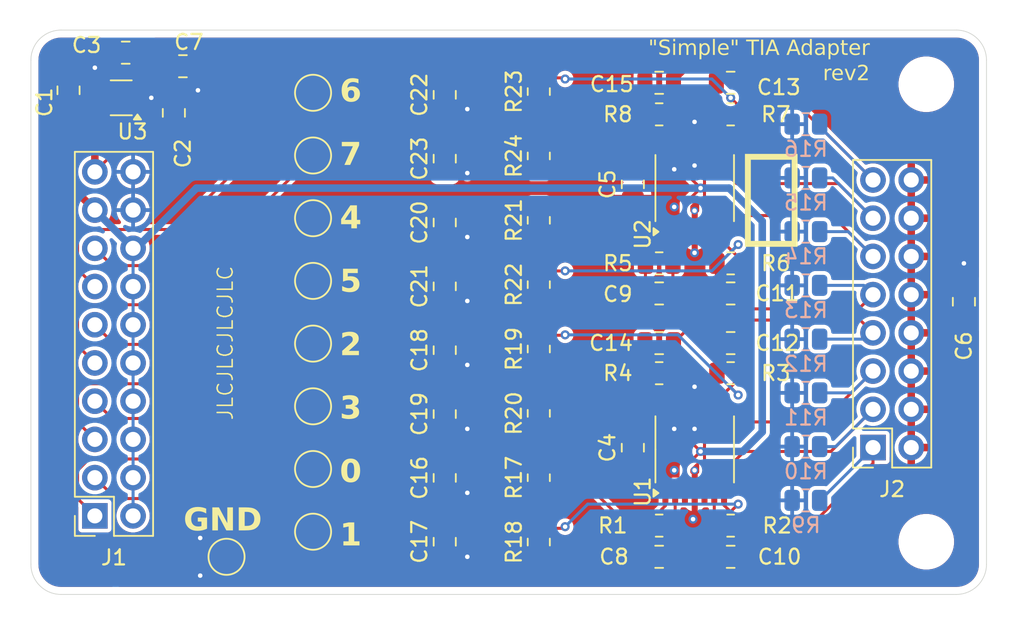
<source format=kicad_pcb>
(kicad_pcb (version 20240108) (generator "pcbnew") (generator_version "8.0")
  (layers (0 "F.Cu" signal) (1 "In1.Cu" signal) (2 "In2.Cu" signal) (31 "B.Cu" signal) (34 "B.Paste" user) (35 "F.Paste" user) (36 "B.SilkS" user "B.Silkscreen") (37 "F.SilkS" user "F.Silkscreen") (38 "B.Mask" user) (39 "F.Mask" user) (44 "Edge.Cuts" user))
  (net 0 "")
  (net 1 "/VREF")
  (net 2 "GND")
  (net 3 "VAA")
  (net 4 "/A5N")
  (net 5 "/A6N")
  (net 6 "/A4N")
  (net 7 "/A1N")
  (net 8 "/A0N")
  (net 9 "/A7N")
  (net 10 "/A2N")
  (net 11 "/A3N")
  (net 12 "/S4")
  (net 13 "/S2")
  (net 14 "/S7")
  (net 15 "/S5")
  (net 16 "/S1")
  (net 17 "/S0")
  (net 18 "/S6")
  (net 19 "/S3")
  (net 20 "Net-(U3-BYP)")
  (net 21 "Net-(C8-Pad2)")
  (net 22 "Net-(C9-Pad2)")
  (net 23 "Net-(C10-Pad2)")
  (net 24 "Net-(C11-Pad2)")
  (net 25 "Net-(C12-Pad2)")
  (net 26 "Net-(C13-Pad2)")
  (net 27 "Net-(C14-Pad2)")
  (net 28 "Net-(C15-Pad2)")
  (footprint "Resistor_SMD:R_0805_2012Metric" (layer "F.Cu") (at 125.25 100.639642 90)
    (property "Reference" "R21")
    (property "Value" "1000")
  )
  (footprint "Capacitor_SMD:C_0805_2012Metric" (layer "F.Cu") (at 138 105.5)
    (property "Reference" "C11")
    (property "Value" "10nF")
  )
  (footprint "Package_TO_SOT_SMD:SOT-353_SC-70-5" (layer "F.Cu") (at 97.5 92.5 180)
    (property "Reference" "U3")
    (property "Value" "MIC5366-2.0YC5-TR")
  )
  (footprint "Resistor_SMD:R_0805_2012Metric" (layer "F.Cu") (at 133.25 110.8 180)
    (property "Reference" "R4")
    (property "Value" "2870")
  )
  (footprint "Package_SO:TSSOP-14_4.4x5mm_P0.65mm" (layer "F.Cu") (at 135.611625 115.8625 90)
    (property "Reference" "U1")
    (property "Value" "Opamp_Quad")
  )
  (footprint "Resistor_SMD:R_0805_2012Metric" (layer "F.Cu") (at 125.25 92.0875 90)
    (property "Reference" "R23")
    (property "Value" "1000")
  )
  (footprint "Capacitor_SMD:C_0805_2012Metric" (layer "F.Cu") (at 133.25 123 180)
    (property "Reference" "C8")
    (property "Value" "10nF")
  )
  (footprint "MountingHole:MountingHole_3.2mm_M3" (layer "F.Cu") (at 151 122)
    (property "Reference" "H2" (hide yes))
    (property "Value" "MountingHole")
  )
  (footprint "Capacitor_SMD:C_0805_2012Metric" (layer "F.Cu") (at 131.5 115.75 90)
    (property "Reference" "C4")
    (property "Value" "1uF X7R")
  )
  (footprint "MountingHole:MountingHole_3.2mm_M3" (layer "F.Cu") (at 151 91.6)
    (property "Reference" "H1" (hide yes))
    (property "Value" "MountingHole")
  )
  (footprint "Resistor_SMD:R_0805_2012Metric" (layer "F.Cu") (at 133.25 120.927974 180)
    (property "Reference" "R1")
    (property "Value" "2870")
  )
  (footprint "Connector_PinSocket_2.54mm:PinSocket_2x08_P2.54mm_Vertical" (layer "F.Cu") (at 147.46 115.74 180)
    (property "Reference" "J2")
    (property "Value" "Sensors")
  )
  (footprint "Capacitor_SMD:C_0805_2012Metric" (layer "F.Cu") (at 119 92.300001 90)
    (property "Reference" "C22")
    (property "Value" "10nF")
  )
  (footprint "Capacitor_SMD:C_0805_2012Metric" (layer "F.Cu") (at 119 105.028572 90)
    (property "Reference" "C21")
    (property "Value" "10nF")
  )
  (footprint "Capacitor_SMD:C_0805_2012Metric" (layer "F.Cu") (at 119 113.514286 90)
    (property "Reference" "C19")
    (property "Value" "10nF")
  )
  (footprint "Resistor_SMD:R_0805_2012Metric" (layer "F.Cu") (at 138 110.8)
    (property "Reference" "R3")
    (property "Value" "2870")
  )
  (footprint "Resistor_SMD:R_0805_2012Metric" (layer "F.Cu") (at 125.25 96.363571 90)
    (property "Reference" "R24")
    (property "Value" "1000")
  )
  (footprint "TestPoint:TestPoint_Pad_D2.0mm" (layer "F.Cu") (at 110.25 117.166668)
    (property "Reference" "TP1" (hide yes))
    (property "Value" "TestPoint")
  )
  (footprint "Capacitor_SMD:C_0805_2012Metric" (layer "F.Cu") (at 138 123)
    (property "Reference" "C10")
    (property "Value" "10nF")
  )
  (footprint "Resistor_SMD:R_0805_2012Metric" (layer "F.Cu") (at 138 120.927974)
    (property "Reference" "R2")
    (property "Value" "2870")
  )
  (footprint "Capacitor_SMD:C_0805_2012Metric" (layer "F.Cu") (at 131.5 98.25 90)
    (property "Reference" "C5")
    (property "Value" "1uF X7R")
  )
  (footprint "Capacitor_SMD:C_0805_2012Metric" (layer "F.Cu") (at 101 93.5 90)
    (property "Reference" "C2")
    (property "Value" "1uF X7R")
  )
  (footprint "Resistor_SMD:R_0805_2012Metric" (layer "F.Cu") (at 125.25 122.02 90)
    (property "Reference" "R18")
    (property "Value" "1000")
  )
  (footprint "TestPoint:TestPoint_Pad_D2.0mm" (layer "F.Cu") (at 110.25 121.33334)
    (property "Reference" "TP2" (hide yes))
    (property "Value" "TestPoint")
  )
  (footprint "Capacitor_SMD:C_0805_2012Metric" (layer "F.Cu") (at 119 100.785715 90)
    (property "Reference" "C20")
    (property "Value" "10nF")
  )
  (footprint "Capacitor_SMD:C_0805_2012Metric" (layer "F.Cu") (at 133.25 91.5 180)
    (property "Reference" "C15")
    (property "Value" "10nF")
  )
  (footprint "TestPoint:TestPoint_Pad_D2.0mm" (layer "F.Cu") (at 110.25 92.16666)
    (property "Reference" "TP7" (hide yes))
    (property "Value" "TestPoint")
  )
  (footprint "Capacitor_SMD:C_0805_2012Metric" (layer "F.Cu") (at 133.25 105.5 180)
    (property "Reference" "C9")
    (property "Value" "10nF")
  )
  (footprint "TestPoint:TestPoint_Pad_D2.0mm" (layer "F.Cu") (at 110.25 96.333328)
    (property "Reference" "TP8" (hide yes))
    (property "Value" "TestPoint")
  )
  (footprint "Capacitor_SMD:C_0805_2012Metric" (layer "F.Cu") (at 119 117.757143 90)
    (property "Reference" "C16")
    (property "Value" "10nF")
  )
  (footprint "Resistor_SMD:R_0805_2012Metric" (layer "F.Cu") (at 133.25 103.5 180)
    (property "Reference" "R5")
    (property "Value" "2870")
  )
  (footprint "Resistor_SMD:R_0805_2012Metric" (layer "F.Cu") (at 138 103.5)
    (property "Reference" "R6")
    (property "Value" "2870")
  )
  (footprint "TestPoint:TestPoint_Pad_D2.0mm" (layer "F.Cu") (at 110.25 113)
    (property "Reference" "TP4" (hide yes))
    (property "Value" "TestPoint")
  )
  (footprint "TestPoint:TestPoint_Pad_D2.0mm" (layer "F.Cu") (at 110.25 108.833332)
    (property "Reference" "TP3" (hide yes))
    (property "Value" "TestPoint")
  )
  (footprint "Connector_PinSocket_2.54mm:PinSocket_2x10_P2.54mm_Vertical" (layer "F.Cu") (at 95.75 120.28 180)
    (property "Reference" "J1")
    (property "Value" "ToADC")
  )
  (footprint "Resistor_SMD:R_0805_2012Metric" (layer "F.Cu") (at 125.25 104.915713 90)
    (property "Reference" "R22")
    (property "Value" "1000")
  )
  (footprint "Capacitor_SMD:C_0805_2012Metric" (layer "F.Cu") (at 138 91.5)
    (property "Reference" "C13")
    (property "Value" "10nF")
  )
  (footprint "Resistor_SMD:R_0805_2012Metric" (layer "F.Cu") (at 125.25 113.467855 90)
    (property "Reference" "R20")
    (property "Value" "1000")
  )
  (footprint "Resistor_SMD:R_0805_2012Metric" (layer "F.Cu") (at 138 93.6)
    (property "Reference" "R7")
    (property "Value" "2870")
  )
  (footprint "Capacitor_SMD:C_0805_2012Metric" (layer "F.Cu") (at 133.25 108.8 180)
    (property "Reference" "C14")
    (property "Value" "10nF")
  )
  (footprint "Capacitor_SMD:C_0805_2012Metric" (layer "F.Cu") (at 153.5 106.050001 90)
    (property "Reference" "C6")
    (property "Value" "1uF X7R")
  )
  (footprint "TestPoint:TestPoint_Pad_D2.0mm" (layer "F.Cu") (at 110.25 100.499996)
    (property "Reference" "TP5" (hide yes))
    (property "Value" "TestPoint")
  )
  (footprint "Capacitor_SMD:C_0805_2012Metric" (layer "F.Cu") (at 94 92 90)
    (property "Reference" "C1")
    (property "Value" "1uF X7R")
  )
  (footprint "Capacitor_SMD:C_0805_2012Metric" (layer "F.Cu") (at 119 109.271429 90)
    (property "Reference" "C18")
    (property "Value" "10nF")
  )
  (footprint "TestPoint:TestPoint_Pad_D2.0mm" (layer "F.Cu") (at 104.5 123)
    (property "Reference" "TP9" (hide yes))
    (property "Value" "TestPoint")
  )
  (footprint "Capacitor_SMD:C_0805_2012Metric" (layer "F.Cu") (at 101.6 90.4)
    (property "Reference" "C7")
    (property "Value" "0.01uF X7R")
  )
  (footprint "Capacitor_SMD:C_0805_2012Metric" (layer "F.Cu") (at 119 96.542858 90)
    (property "Reference" "C23")
    (property "Value" "10nF")
  )
  (footprint "Capacitor_SMD:C_0805_2012Metric" (layer "F.Cu") (at 97.8 89.5 180)
    (property "Reference" "C3")
    (property "Value" "10nF NP0")
  )
  (footprint "Resistor_SMD:R_0805_2012Metric" (layer "F.Cu") (at 125.25 117.743926 90)
    (property "Reference" "R17")
    (property "Value" "1000")
  )
  (footprint "Resistor_SMD:R_0805_2012Metric" (layer "F.Cu") (at 125.25 109.191784 90)
    (property "Reference" "R19")
    (property "Value" "1000")
  )
  (footprint "Package_SO:TSSOP-14_4.4x5mm_P0.65mm" (layer "F.Cu") (at 135.611625 98.5 90)
    (property "Reference" "U2")
    (property "Value" "Opamp_Quad")
  )
  (footprint "Resistor_SMD:R_0805_2012Metric" (layer "F.Cu") (at 133.25 93.6 180)
    (property "Reference" "R8")
    (property "Value" "2870")
  )
  (footprint "Capacitor_SMD:C_0805_2012Metric" (layer "F.Cu") (at 119 122 90)
    (property "Reference" "C17")
    (property "Value" "10nF")
  )
  (footprint "TestPoint:TestPoint_Pad_D2.0mm" (layer "F.Cu") (at 110.25 104.666664)
    (property "Reference" "TP6" (hide yes))
    (property "Value" "TestPoint")
  )
  (footprint "Capacitor_SMD:C_0805_2012Metric" (layer "F.Cu") (at 138 108.8)
    (property "Reference" "C12")
    (property "Value" "10nF")
  )
  (footprint "Resistor_SMD:R_0805_2012Metric" (layer "B.Cu") (at 143 97.821428)
    (property "Reference" "R15")
    (property "Value" "500k")
  )
  (footprint "Resistor_SMD:R_0805_2012Metric" (layer "B.Cu") (at 143 108.535712)
    (property "Reference" "R12")
    (property "Value" "500k")
  )
  (footprint "Resistor_SMD:R_0805_2012Metric" (layer "B.Cu") (at 143 104.964284)
    (property "Reference" "R13")
    (property "Value" "500k")
  )
  (footprint "Resistor_SMD:R_0805_2012Metric" (layer "B.Cu") (at 143 94.25)
    (property "Reference" "R16")
    (property "Value" "500k")
  )
  (footprint "Resistor_SMD:R_0805_2012Metric" (layer "B.Cu") (at 143 112.10714)
    (property "Reference" "R11")
    (property "Value" "500k")
  )
  (footprint "Resistor_SMD:R_0805_2012Metric" (layer "B.Cu") (at 143 119.25)
    (property "Reference" "R9")
    (property "Value" "500k")
  )
  (footprint "Resistor_SMD:R_0805_2012Metric" (layer "B.Cu") (at 143 115.678568)
    (property "Reference" "R10")
    (property "Value" "500k")
  )
  (footprint "Resistor_SMD:R_0805_2012Metric" (layer "B.Cu") (at 143 101.392856)
    (property "Reference" "R14")
    (property "Value" "500k")
  )
  (gr_line (start 91.5 123.5) (end 91.5 90) (stroke (width 0.05)) (layer "Edge.Cuts"))
  (gr_arc (start 155 123.5) (mid 154.414214 124.914214) (end 153 125.5) (stroke (width 0.05)) (layer "Edge.Cuts"))
  (gr_arc (start 91.5 90) (mid 92.085786 88.585786) (end 93.5 88) (stroke (width 0.05)) (layer "Edge.Cuts"))
  (gr_line (start 153 125.5) (end 93.5 125.5) (stroke (width 0.05)) (layer "Edge.Cuts"))
  (gr_arc (start 93.5 125.5) (mid 92.085786 124.914214) (end 91.5 123.5) (stroke (width 0.05)) (layer "Edge.Cuts"))
  (gr_arc (start 153 88) (mid 154.414214 88.585786) (end 155 90) (stroke (width 0.05)) (layer "Edge.Cuts"))
  (gr_line (start 93.5 88) (end 153 88) (stroke (width 0.05)) (layer "Edge.Cuts"))
  (gr_line (start 155 90) (end 155 123.5) (stroke (width 0.05)) (layer "Edge.Cuts"))
  (gr_text "0" (at 112.75 118.28571 0) (layer "F.SilkS") (effects (font (size 1.5 1.5) (thickness 0.3) (bold yes)) (justify bottom)))
  (gr_text "GND" (at 104.25 121.5 0) (layer "F.SilkS") (effects (font (size 1.5 1.5) (thickness 0.3) (bold yes)) (justify bottom)))
  (gr_text "5" (at 112.75 105.642855 0) (layer "F.SilkS") (effects (font (size 1.5 1.5) (thickness 0.3) (bold yes)) (justify bottom)))
  (gr_text "増" (at 138.6 102 0) (layer "F.SilkS") (effects (font (size 5 5) (thickness 0.1)) (justify left bottom)))
  (gr_text "3\n" (at 112.75 114.071425 0) (layer "F.SilkS") (effects (font (size 1.5 1.5) (thickness 0.3) (bold yes)) (justify bottom)))
  (gr_text "{dblquote}Simple{dblquote} TIA Adapter\nrev2\n" (at 147.25 91.5 0) (layer "F.SilkS") (effects (font (size 1 1) (thickness 0.1)) (justify right bottom)))
  (gr_text "JLCJLCJLCJLC" (at 105 114 90) (layer "F.SilkS") (effects (font (size 1 1) (thickness 0.1)) (justify left bottom)))
  (gr_text "2" (at 112.75 109.85714 0) (layer "F.SilkS") (effects (font (size 1.5 1.5) (thickness 0.3) (bold yes)) (justify bottom)))
  (gr_text "1" (at 112.75 122.5 0) (layer "F.SilkS") (effects (font (size 1.5 1.5) (thickness 0.3) (bold yes)) (justify bottom)))
  (gr_text "7" (at 112.75 97.214285 0) (layer "F.SilkS") (effects (font (size 1.5 1.5) (thickness 0.3) (bold yes)) (justify bottom)))
  (gr_text "6" (at 112.75 93 0) (layer "F.SilkS") (effects (font (size 1.5 1.5) (thickness 0.3) (bold yes)) (justify bottom)))
  (gr_text "4" (at 112.75 101.42857 0) (layer "F.SilkS") (effects (font (size 1.5 1.5) (thickness 0.3) (bold yes)) (justify bottom)))
  (segment (start 136.261625 98.238375) (end 136 98.5) (width 0.2) (layer "F.Cu") (net 1))
  (segment (start 134.961625 114.961625) (end 136 116) (width 0.2) (layer "F.Cu") (net 1))
  (segment (start 94 98.21) (end 94 92.949999) (width 0.5) (layer "F.Cu") (net 1))
  (segment (start 134.961625 113) (end 134.961625 114.961625) (width 0.2) (layer "F.Cu") (net 1))
  (segment (start 136.261625 118.725) (end 136.261625 116.261625) (width 0.2) (layer "F.Cu") (net 1))
  (segment (start 136.261625 98.761625) (end 136 98.5) (width 0.2) (layer "F.Cu") (net 1))
  (segment (start 136.261625 101.3625) (end 136.261625 98.761625) (width 0.2) (layer "F.Cu") (net 1))
  (segment (start 134.961625 101.3625) (end 134.961625 99.538375) (width 0.2) (layer "F.Cu") (net 1))
  (segment (start 136.261625 95.6375) (end 136.261625 98.238375) (width 0.2) (layer "F.Cu") (net 1))
  (segment (start 134.961625 117.038375) (end 136 116) (width 0.2) (layer "F.Cu") (net 1))
  (segment (start 95.75 99.96) (end 94 98.21) (width 0.5) (layer "F.Cu") (net 1))
  (segment (start 134.961625 95.6375) (end 134.961625 97.461625) (width 0.2) (layer "F.Cu") (net 1))
  (segment (start 136.261625 113) (end 136.261625 115.738375) (width 0.2) (layer "F.Cu") (net 1))
  (segment (start 136.261625 116.261625) (end 136 116) (width 0.2) (layer "F.Cu") (net 1))
  (segment (start 134.961625 118.725) (end 134.961625 117.038375) (width 0.2) (layer "F.Cu") (net 1))
  (segment (start 134.961625 99.538375) (end 136 98.5) (width 0.2) (layer "F.Cu") (net 1))
  (segment (start 134.961625 97.461625) (end 136 98.5) (width 0.2) (layer "F.Cu") (net 1))
  (segment (start 136.261625 115.738375) (end 136 116) (width 0.2) (layer "F.Cu") (net 1))
  (via (at 136 116) (size 0.6) (drill 0.3) (layers "F.Cu" "B.Cu") (net 1))
  (via (at 136 98.5) (size 0.6) (drill 0.3) (layers "F.Cu" "B.Cu") (net 1))
  (segment (start 98.29 102.5) (end 98.29 105.04) (width 0.2) (layer "B.Cu") (net 1))
  (segment (start 98.29 107.58) (end 98.29 110.12) (width 0.2) (layer "B.Cu") (net 1))
  (segment (start 98.29 102.5) (end 98.5 102.5) (width 0.2) (layer "B.Cu") (net 1))
  (segment (start 95.75 99.96) (end 98.29 102.5) (width 0.5) (layer "B.Cu") (net 1))
  (segment (start 98.29 110.12) (end 98.29 112.66) (width 0.2) (layer "B.Cu") (net 1))
  (segment (start 98.29 105.04) (end 98.29 107.58) (width 0.2) (layer "B.Cu") (net 1))
  (segment (start 140.1 114.7) (end 138.8 116) (width 0.5) (layer "B.Cu") (net 1))
  (segment (start 98.29 117.74) (end 98.29 120.28) (width 0.2) (layer "B.Cu") (net 1))
  (segment (start 138.8 116) (end 136 116) (width 0.5) (layer "B.Cu") (net 1))
  (segment (start 137.9 98.5) (end 140.1 100.7) (width 0.5) (layer "B.Cu") (net 1))
  (segment (start 98.29 112.66) (end 98.29 115.2) (width 0.2) (layer "B.Cu") (net 1))
  (segment (start 140.1 100.7) (end 140.1 114.7) (width 0.5) (layer "B.Cu") (net 1))
  (segment (start 136 98.5) (end 137.9 98.5) (width 0.5) (layer "B.Cu") (net 1))
  (segment (start 98.29 115.2) (end 98.29 117.74) (width 0.2) (layer "B.Cu") (net 1))
  (segment (start 98.5 102.5) (end 102.5 98.5) (width 0.5) (layer "B.Cu") (net 1))
  (segment (start 102.5 98.5) (end 136 98.5) (width 0.5) (layer "B.Cu") (net 1))
  (segment (start 120.492857 97.492857) (end 120.5 97.5) (width 0.2) (layer "F.Cu") (net 2))
  (segment (start 95.850001 90.5) (end 96.850001 89.5) (width 0.2) (layer "F.Cu") (net 2))
  (segment (start 135.611625 114.361625) (end 135.75 114.5) (width 0.2) (layer "F.Cu") (net 2))
  (segment (start 102.049999 92.550001) (end 102.6 92) (width 0.2) (layer "F.Cu") (net 2))
  (segment (start 134.25 97.25) (end 134.199999 97.300001) (width 0.2) (layer "F.Cu") (net 2))
  (segment (start 120.464285 114.464285) (end 120.5 114.5) (width 0.2) (layer "F.Cu") (net 2))
  (segment (start 120.449999 122.949999) (end 120.5 123) (width 0.2) (layer "F.Cu") (net 2))
  (segment (start 120.478571 105.978571) (end 120.5 106) (width 0.2) (layer "F.Cu") (net 2))
  (segment (start 134.199999 97.300001) (end 131.5 97.300001) (width 0.2) (layer "F.Cu") (net 2))
  (segment (start 120.457142 118.707142) (end 120.5 118.75) (width 0.2) (layer "F.Cu") (net 2))
  (segment (start 120.485714 101.735714) (end 120.5 101.75) (width 0.2) (layer "F.Cu") (net 2))
  (segment (start 99.5 92.5) (end 100.949999 92.5) (width 0.2) (layer "F.Cu") (net 2))
  (segment (start 94 91.050001) (end 94.550001 90.5) (width 0.2) (layer "F.Cu") (net 2))
  (segment (start 135.611625 95.6375) (end 135.611625 96.861625) (width 0.2) (layer "F.Cu") (net 2))
  (segment (start 103.25 124.25) (end 104.5 123) (width 0.2) (layer "F.Cu") (net 2))
  (segment (start 119 101.735714) (end 120.485714 101.735714) (width 0.2) (layer "F.Cu") (net 2))
  (segment (start 102.75 124.25) (end 103.25 124.25) (width 0.2) (layer "F.Cu") (net 2))
  (segment (start 119 118.707142) (end 120.457142 118.707142) (width 0.2) (layer "F.Cu") (net 2))
  (segment (start 131.5 114.800001) (end 133.949999 114.800001) (width 0.2) (layer "F.Cu") (net 2))
  (segment (start 135.611625 96.861625) (end 135.75 97) (width 0.2) (layer "F.Cu") (net 2))
  (segment (start 101 92.550001) (end 102.049999 92.550001) (width 0.2) (layer "F.Cu") (net 2))
  (segment (start 102.55 90.4) (end 102.55 91.95) (width 0.2) (layer "F.Cu") (net 2))
  (segment (start 98.449999 92.5) (end 99.5 92.5) (width 0.2) (layer "F.Cu") (net 2))
  (segment (start 102.55 91.95) (end 102.6 92) (width 0.2) (layer "F.Cu") (net 2))
  (segment (start 135.611625 111.711625) (end 135.6 111.7) (width 0.2) (layer "F.Cu") (net 2))
  (segment (start 103.25 121.75) (end 104.5 123) (width 0.2) (layer "F.Cu") (net 2))
  (segment (start 119 110.221428) (end 120.471428 110.221428) (width 0.2) (layer "F.Cu") (net 2))
  (segment (start 135.611625 113) (end 135.611625 114.361625) (width 0.2) (layer "F.Cu") (net 2))
  (segment (start 135.611625 113) (end 135.611625 111.711625) (width 0.2) (layer "F.Cu") (net 2))
  (segment (start 119 93.25) (end 120.5 93.25) (width 0.2) (layer "F.Cu") (net 2))
  (segment (start 102.75 121.75) (end 103.25 121.75) (width 0.2) (layer "F.Cu") (net 2))
  (segment (start 95.75 90.5) (end 95.850001 90.5) (width 0.2) (layer "F.Cu") (net 2))
  (segment (start 135.611625 95.6375) (end 135.611625 94.111625) (width 0.2) (layer "F.Cu") (net 2))
  (segment (start 100.949999 92.5) (end 101 92.550001) (width 0.2) (layer "F.Cu") (net 2))
  (segment (start 119 114.464285) (end 120.464285 114.464285) (width 0.2) (layer "F.Cu") (net 2))
  (segment (start 133.949999 114.800001) (end 134.25 114.5) (width 0.2) (layer "F.Cu") (net 2))
  (segment (start 119 122.949999) (end 120.449999 122.949999) (width 0.2) (layer "F.Cu") (net 2))
  (segment (start 119 97.492857) (end 120.492857 97.492857) (width 0.2) (layer "F.Cu") (net 2))
  (segment (start 94.550001 90.5) (end 95.75 90.5) (width 0.2) (layer "F.Cu") (net 2))
  (segment (start 135.611625 94.111625) (end 135.6 94.1) (width 0.2) (layer "F.Cu") (net 2))
  (segment (start 119 105.978571) (end 120.478571 105.978571) (width 0.2) (layer "F.Cu") (net 2))
  (segment (start 153.5 105.100002) (end 153.5 103.5) (width 0.2) (layer "F.Cu") (net 2))
  (segment (start 120.471428 110.221428) (end 120.5 110.25) (width 0.2) (layer "F.Cu") (net 2))
  (via (at 153.5 103.5) (size 0.6) (drill 0.3) (layers "F.Cu" "B.Cu") (net 2))
  (via (at 102.6 92) (size 0.6) (drill 0.3) (layers "F.Cu" "B.Cu") (net 2))
  (via (at 120.5 106) (size 0.6) (drill 0.3) (layers "F.Cu" "B.Cu") (net 2))
  (via (at 102.75 121.75) (size 0.6) (drill 0.3) (layers "F.Cu" "B.Cu") (net 2))
  (via (at 120.5 110.25) (size 0.6) (drill 0.3) (layers "F.Cu" "B.Cu") (net 2))
  (via (at 135.6 94.1) (size 0.6) (drill 0.3) (layers "F.Cu" "B.Cu") (net 2))
  (via (at 102.75 124.25) (size 0.6) (drill 0.3) (layers "F.Cu" "B.Cu") (net 2))
  (via (at 120.5 118.75) (size 0.6) (drill 0.3) (layers "F.Cu" "B.Cu") (net 2))
  (via (at 120.5 93.25) (size 0.6) (drill 0.3) (layers "F.Cu" "B.Cu") (net 2))
  (via (at 135.6 114.5) (size 0.5) (drill 0.3) (layers "F.Cu" "B.Cu") (net 2))
  (via (at 120.5 114.5) (size 0.6) (drill 0.3) (layers "F.Cu" "B.Cu") (net 2))
  (via (at 134.25 97.25) (size 0.6) (drill 0.3) (layers "F.Cu" "B.Cu") (net 2))
  (via (at 120.5 123) (size 0.6) (drill 0.3) (layers "F.Cu" "B.Cu") (net 2))
  (via (at 135.6 97) (size 0.5) (drill 0.3) (layers "F.Cu" "B.Cu") (net 2))
  (via (at 120.5 97.5) (size 0.6) (drill 0.3) (layers "F.Cu" "B.Cu") (net 2))
  (via (at 120.5 101.75) (size 0.6) (drill 0.3) (layers "F.Cu" "B.Cu") (net 2))
  (via (at 135.6 111.7) (size 0.5) (drill 0.3) (layers "F.Cu" "B.Cu") (net 2))
  (via (at 134.25 114.5) (size 0.6) (drill 0.3) (layers "F.Cu" "B.Cu") (net 2))
  (via (at 95.75 90.5) (size 0.6) (drill 0.3) (layers "F.Cu" "B.Cu") (net 2))
  (via (at 99.5 92.5) (size 0.6) (drill 0.3) (layers "F.Cu" "B.Cu") (net 2))
  (segment (start 135.611625 102.788375) (end 135.6 102.8) (width 0.2) (layer "F.Cu") (net 3))
  (segment (start 133.699999 116.699999) (end 134.25 117.25) (width 0.2) (layer "F.Cu") (net 3))
  (segment (start 135.611625 117.388375) (end 135.75 117.25) (width 0.2) (layer "F.Cu") (net 3))
  (segment (start 131.5 99.199999) (end 133.699999 99.199999) (width 0.2) (layer "F.Cu") (net 3))
  (segment (start 135.611625 101.3625) (end 135.611625 100.138375) (width 0.2) (layer "F.Cu") (net 3))
  (segment (start 135.611625 100.138375) (end 135.75 100) (width 0.2) (layer "F.Cu") (net 3))
  (segment (start 98.720001 94.449999) (end 98.45 94.72) (width 0.2) (layer "F.Cu") (net 3))
  (segment (start 95.75 97.42) (end 98.45 94.72) (width 0.2) (layer "F.Cu") (net 3))
  (segment (start 101 94.449999) (end 98.720001 94.449999) (width 0.2) (layer "F.Cu") (net 3))
  (segment (start 131.5 116.699999) (end 133.699999 116.699999) (width 0.2) (layer "F.Cu") (net 3))
  (segment (start 98.45 94.72) (end 98.45 93.15) (width 0.2) (layer "F.Cu") (net 3))
  (segment (start 135.611625 118.725) (end 135.611625 117.388375) (width 0.2) (layer "F.Cu") (net 3))
  (segment (start 135.611625 118.725) (end 135.611625 120.388375) (width 0.2) (layer "F.Cu") (net 3))
  (segment (start 133.699999 99.199999) (end 134.25 99.75) (width 0.2) (layer "F.Cu") (net 3))
  (segment (start 135.611625 120.388375) (end 135.5 120.5) (width 0.2) (layer "F.Cu") (net 3))
  (segment (start 135.611625 101.3625) (end 135.611625 102.788375) (width 0.2) (layer "F.Cu") (net 3))
  (via (at 135.6 117.25) (size 0.5) (drill 0.3) (layers "F.Cu" "B.Cu") (net 3))
  (via (at 134.25 117.25) (size 0.6) (drill 0.3) (layers "F.Cu" "B.Cu") (net 3))
  (via (at 135.6 100) (size 0.5) (drill 0.3) (layers "F.Cu" "B.Cu") (net 3))
  (via (at 135.5 120.5) (size 0.6) (drill 0.3) (layers "F.Cu" "B.Cu") (net 3))
  (via (at 135.6 102.8) (size 0.6) (drill 0.3) (layers "F.Cu" "B.Cu") (net 3))
  (via (at 134.25 99.75) (size 0.6) (drill 0.3) (layers "F.Cu" "B.Cu") (net 3))
  (segment (start 119 104.078573) (end 121.328573 104.078573) (width 0.2) (layer "F.Cu") (net 4))
  (segment (start 110.838091 104.078573) (end 110.25 104.666664) (width 0.2) (layer "F.Cu") (net 4))
  (segment (start 121.328573 104.078573) (end 123.078213 105.828213) (width 0.2) (layer "F.Cu") (net 4))
  (segment (start 97.056664 108.886664) (end 106.03 108.886664) (width 0.2) (layer "F.Cu") (net 4))
  (segment (start 123.078213 105.828213) (end 125.25 105.828213) (width 0.2) (layer "F.Cu") (net 4))
  (segment (start 119 104.078573) (end 110.838091 104.078573) (width 0.2) (layer "F.Cu") (net 4))
  (segment (start 95.75 107.58) (end 97.056664 108.886664) (width 0.2) (layer "F.Cu") (net 4))
  (segment (start 106.03 108.886664) (end 110.25 104.666664) (width 0.2) (layer "F.Cu") (net 4))
  (segment (start 94.6 103.89) (end 94.6 101.65) (width 0.2) (layer "F.Cu") (net 5))
  (segment (start 111.066658 91.350002) (end 110.25 92.16666) (width 0.2) (layer "F.Cu") (net 5))
  (segment (start 121.100002 91.350002) (end 122.75 93) (width 0.2) (layer "F.Cu") (net 5))
  (segment (start 119 91.350002) (end 111.066658 91.350002) (width 0.2) (layer "F.Cu") (net 5))
  (segment (start 95.75 105.04) (end 94.6 103.89) (width 0.2) (layer "F.Cu") (net 5))
  (segment (start 119 91.350002) (end 121.100002 91.350002) (width 0.2) (layer "F.Cu") (net 5))
  (segment (start 95 101.25) (end 101.16666 101.25) (width 0.2) (layer "F.Cu") (net 5))
  (segment (start 94.6 101.65) (end 95 101.25) (width 0.2) (layer "F.Cu") (net 5))
  (segment (start 101.16666 101.25) (end 110.25 92.16666) (width 0.2) (layer "F.Cu") (net 5))
  (segment (start 122.75 93) (end 125.25 93) (width 0.2) (layer "F.Cu") (net 5))
  (segment (start 94.6 108.97) (end 94.6 106.9) (width 0.2) (layer "F.Cu") (net 6))
  (segment (start 121.085716 99.835716) (end 122.802142 101.552142) (width 0.2) (layer "F.Cu") (net 6))
  (segment (start 104.499996 106.25) (end 110.25 100.499996) (width 0.2) (layer "F.Cu") (net 6))
  (segment (start 122.802142 101.552142) (end 125.25 101.552142) (width 0.2) (layer "F.Cu") (net 6))
  (segment (start 110.91428 99.835716) (end 110.25 100.499996) (width 0.2) (layer "F.Cu") (net 6))
  (segment (start 119 99.835716) (end 121.085716 99.835716) (width 0.2) (layer "F.Cu") (net 6))
  (segment (start 94.6 106.9) (end 95.25 106.25) (width 0.2) (layer "F.Cu") (net 6))
  (segment (start 119 99.835716) (end 110.91428 99.835716) (width 0.2) (layer "F.Cu") (net 6))
  (segment (start 95.25 106.25) (end 104.499996 106.25) (width 0.2) (layer "F.Cu") (net 6))
  (segment (start 95.75 110.12) (end 94.6 108.97) (width 0.2) (layer "F.Cu") (net 6))
  (segment (start 119 121.050001) (end 110.533339 121.050001) (width 0.2) (layer "F.Cu") (net 7))
  (segment (start 97.14 119.13) (end 108.04666 119.13) (width 0.2) (layer "F.Cu") (net 7))
  (segment (start 95.75 117.74) (end 97.14 119.13) (width 0.2) (layer "F.Cu") (net 7))
  (segment (start 110.533339 121.050001) (end 110.25 121.33334) (width 0.2) (layer "F.Cu") (net 7))
  (segment (start 108.04666 119.13) (end 110.25 121.33334) (width 0.2) (layer "F.Cu") (net 7))
  (segment (start 122.9325 122.9325) (end 125.25 122.9325) (width 0.2) (layer "F.Cu") (net 7))
  (segment (start 121.050001 121.050001) (end 122.9325 122.9325) (width 0.2) (layer "F.Cu") (net 7))
  (segment (start 119 121.050001) (end 121.050001 121.050001) (width 0.2) (layer "F.Cu") (net 7))
  (segment (start 94.6 117.263654) (end 95.363654 116.5) (width 0.2) (layer "F.Cu") (net 8))
  (segment (start 110.609524 116.807144) (end 110.25 117.166668) (width 0.2) (layer "F.Cu") (net 8))
  (segment (start 122.906426 118.656426) (end 125.25 118.656426) (width 0.2) (layer "F.Cu") (net 8))
  (segment (start 94.6 119.13) (end 94.6 117.263654) (width 0.2) (layer "F.Cu") (net 8))
  (segment (start 95.75 120.28) (end 94.6 119.13) (width 0.2) (layer "F.Cu") (net 8))
  (segment (start 95.363654 116.5) (end 109.583332 116.5) (width 0.2) (layer "F.Cu") (net 8))
  (segment (start 119 116.807144) (end 121.057144 116.807144) (width 0.2) (layer "F.Cu") (net 8))
  (segment (start 119 116.807144) (end 110.609524 116.807144) (width 0.2) (layer "F.Cu") (net 8))
  (segment (start 121.057144 116.807144) (end 122.906426 118.656426) (width 0.2) (layer "F.Cu") (net 8))
  (segment (start 109.583332 116.5) (end 110.25 117.166668) (width 0.2) (layer "F.Cu") (net 8))
  (segment (start 96.900001 103.65) (end 102.933328 103.65) (width 0.2) (layer "F.Cu") (net 9))
  (segment (start 110.990469 95.592859) (end 110.25 96.333328) (width 0.2) (layer "F.Cu") (net 9))
  (segment (start 119 95.592859) (end 110.990469 95.592859) (width 0.2) (layer "F.Cu") (net 9))
  (segment (start 121.092859 95.592859) (end 122.776071 97.276071) (width 0.2) (layer "F.Cu") (net 9))
  (segment (start 122.776071 97.276071) (end 125.25 97.276071) (width 0.2) (layer "F.Cu") (net 9))
  (segment (start 102.933328 103.65) (end 110.25 96.333328) (width 0.2) (layer "F.Cu") (net 9))
  (segment (start 119 95.592859) (end 121.092859 95.592859) (width 0.2) (layer "F.Cu") (net 9))
  (segment (start 95.75 102.499999) (end 96.900001 103.65) (width 0.2) (layer "F.Cu") (net 9))
  (segment (start 121.07143 108.32143) (end 122.854284 110.104284) (width 0.2) (layer "F.Cu") (net 10))
  (segment (start 119 108.32143) (end 110.761902 108.32143) (width 0.2) (layer "F.Cu") (net 10))
  (segment (start 95.75 115.200001) (end 94.6 114.050001) (width 0.2) (layer "F.Cu") (net 10))
  (segment (start 110.761902 108.32143) (end 110.25 108.833332) (width 0.2) (layer "F.Cu") (net 10))
  (segment (start 107.583332 111.5) (end 110.25 108.833332) (width 0.2) (layer "F.Cu") (net 10))
  (segment (start 119 108.32143) (end 121.07143 108.32143) (width 0.2) (layer "F.Cu") (net 10))
  (segment (start 94.6 112.15) (end 95.25 111.5) (width 0.2) (layer "F.Cu") (net 10))
  (segment (start 122.854284 110.104284) (end 125.25 110.104284) (width 0.2) (layer "F.Cu") (net 10))
  (segment (start 95.25 111.5) (end 107.583332 111.5) (width 0.2) (layer "F.Cu") (net 10))
  (segment (start 94.6 114.050001) (end 94.6 112.15) (width 0.2) (layer "F.Cu") (net 10))
  (segment (start 119 112.564287) (end 121.064287 112.564287) (width 0.2) (layer "F.Cu") (net 11))
  (segment (start 121.064287 112.564287) (end 122.880355 114.380355) (width 0.2) (layer "F.Cu") (net 11))
  (segment (start 110.685713 112.564287) (end 110.25 113) (width 0.2) (layer "F.Cu") (net 11))
  (segment (start 122.880355 114.380355) (end 125.25 114.380355) (width 0.2) (layer "F.Cu") (net 11))
  (segment (start 96.9 113.81) (end 109.44 113.81) (width 0.2) (layer "F.Cu") (net 11))
  (segment (start 119 112.564287) (end 110.685713 112.564287) (width 0.2) (layer "F.Cu") (net 11))
  (segment (start 95.75 112.66) (end 96.9 113.81) (width 0.2) (layer "F.Cu") (net 11))
  (segment (start 109.44 113.81) (end 110.25 113) (width 0.2) (layer "F.Cu") (net 11))
  (segment (start 135.224999 106.525) (end 134.199999 105.5) (width 0.2) (layer "F.Cu") (net 12))
  (segment (start 134.1625 105.462501) (end 134.199999 105.5) (width 0.2) (layer "F.Cu") (net 12))
  (segment (start 134.311625 103.350875) (end 134.1625 103.5) (width 0.2) (layer "F.Cu") (net 12))
  (segment (start 146.515 106.525) (end 135.224999 106.525) (width 0.2) (layer "F.Cu") (net 12))
  (segment (start 134.311625 101.3625) (end 134.311625 103.350875) (width 0.2) (layer "F.Cu") (net 12))
  (segment (start 147.46 105.58) (end 146.515 106.525) (width 0.2) (layer "F.Cu") (net 12))
  (segment (start 134.1625 103.5) (end 134.1625 105.462501) (width 0.2) (layer "F.Cu") (net 12))
  (segment (start 143.9125 104.964284) (end 146.844284 104.964284) (width 0.2) (layer "B.Cu") (net 12))
  (segment (start 146.844284 104.964284) (end 147.46 105.58) (width 0.2) (layer "B.Cu") (net 12))
  (segment (start 136.911625 114.011625) (end 136.911625 113) (width 0.2) (layer "F.Cu") (net 13))
  (segment (start 136.911625 110.975875) (end 137.0875 110.8) (width 0.2) (layer "F.Cu") (net 13))
  (segment (start 144.082501 114.0375) (end 136.9375 114.0375) (width 0.2) (layer "F.Cu") (net 13))
  (segment (start 137.0875 110.8) (end 137.0875 108.8375) (width 0.2) (layer "F.Cu") (net 13))
  (segment (start 136.9375 114.0375) (end 136.911625 114.011625) (width 0.2) (layer "F.Cu") (net 13))
  (segment (start 137.0875 108.8375) (end 137.05 108.8) (width 0.2) (layer "F.Cu") (net 13))
  (segment (start 136.911625 113) (end 136.911625 110.975875) (width 0.2) (layer "F.Cu") (net 13))
  (segment (start 147.46 110.660001) (end 144.082501 114.0375) (width 0.2) (layer "F.Cu") (net 13))
  (segment (start 143.9125 112.10714) (end 146.012861 112.10714) (width 0.2) (layer "B.Cu") (net 13))
  (segment (start 146.012861 112.10714) (end 147.46 110.660001) (width 0.2) (layer "B.Cu") (net 13))
  (segment (start 147.46 97.959999) (end 139.975001 90.475) (width 0.2) (layer "F.Cu") (net 14))
  (segment (start 134.1625 91.537499) (end 134.199999 91.5) (width 0.2) (layer "F.Cu") (net 14))
  (segment (start 135.224999 90.475) (end 134.199999 91.5) (width 0.2) (layer "F.Cu") (net 14))
  (segment (start 134.311625 93.749125) (end 134.1625 93.6) (width 0.2) (layer "F.Cu") (net 14))
  (segment (start 139.975001 90.475) (end 135.224999 90.475) (width 0.2) (layer "F.Cu") (net 14))
  (segment (start 134.311625 95.6375) (end 134.311625 93.749125) (width 0.2) (layer "F.Cu") (net 14))
  (segment (start 134.1625 93.6) (end 134.1625 91.537499) (width 0.2) (layer "F.Cu") (net 14))
  (segment (start 143.9125 94.412499) (end 147.46 97.959999) (width 0.2) (layer "B.Cu") (net 14))
  (segment (start 143.9125 94.25) (end 143.9125 94.412499) (width 0.2) (layer "B.Cu") (net 14))
  (segment (start 137.05 103.825) (end 137.05 105.5) (width 0.2) (layer "F.Cu") (net 15))
  (segment (start 144.745 100.325) (end 136.975 100.325) (width 0.2) (layer "F.Cu") (net 15))
  (segment (start 147.46 103.04) (end 144.745 100.325) (width 0.2) (layer "F.Cu") (net 15))
  (segment (start 137.0875 103.7875) (end 137.05 103.825) (width 0.2) (layer "F.Cu") (net 15))
  (segment (start 136.911625 101.3625) (end 136.911625 103.324125) (width 0.2) (layer "F.Cu") (net 15))
  (segment (start 136.975 100.325) (end 136.911625 100.388375) (width 0.2) (layer "F.Cu") (net 15))
  (segment (start 137.0875 103.5) (end 137.0875 103.7875) (width 0.2) (layer "F.Cu") (net 15))
  (segment (start 136.911625 103.324125) (end 137.0875 103.5) (width 0.2) (layer "F.Cu") (net 15))
  (segment (start 136.911625 100.388375) (end 136.911625 101.3625) (width 0.2) (layer "F.Cu") (net 15))
  (segment (start 143.9125 101.392856) (end 145.812856 101.392856) (width 0.2) (layer "B.Cu") (net 15))
  (segment (start 145.812856 101.392856) (end 147.46 103.04) (width 0.2) (layer "B.Cu") (net 15))
  (segment (start 138.899126 116) (end 136.911625 117.987501) (width 0.2) (layer "F.Cu") (net 16))
  (segment (start 144.66 116) (end 138.899126 116) (width 0.2) (layer "F.Cu") (net 16))
  (segment (start 137.0875 120.927974) (end 137.0875 122.962501) (width 0.2) (layer "F.Cu") (net 16))
  (segment (start 136.911625 118.725) (end 136.911625 120.752099) (width 0.2) (layer "F.Cu") (net 16))
  (segment (start 136.911625 120.752099) (end 137.0875 120.927974) (width 0.2) (layer "F.Cu") (net 16))
  (segment (start 137.0875 122.962501) (end 137.050001 123) (width 0.2) (layer "F.Cu") (net 16))
  (segment (start 136.911625 117.987501) (end 136.911625 118.725) (width 0.2) (layer "F.Cu") (net 16))
  (segment (start 147.46 113.2) (end 144.66 116) (width 0.2) (layer "F.Cu") (net 16))
  (segment (start 144.981432 115.678568) (end 147.46 113.2) (width 0.2) (layer "B.Cu") (net 16))
  (segment (start 143.9125 115.678568) (end 144.981432 115.678568) (width 0.2) (layer "B.Cu") (net 16))
  (segment (start 134.199999 120.965473) (end 134.1625 120.927974) (width 0.2) (layer "F.Cu") (net 17))
  (segment (start 134.199999 123) (end 134.199999 120.965473) (width 0.2) (layer "F.Cu") (net 17))
  (segment (start 134.311625 118.725) (end 134.311625 120.778849) (width 0.2) (layer "F.Cu") (net 17))
  (segment (start 135.299999 124.1) (end 134.199999 123) (width 0.2) (layer "F.Cu") (net 17))
  (segment (start 147.46 116.79) (end 140.15 124.1) (width 0.2) (layer "F.Cu") (net 17))
  (segment (start 134.311625 120.778849) (end 134.1625 120.927974) (width 0.2) (layer "F.Cu") (net 17))
  (segment (start 147.46 115.74) (end 147.46 116.79) (width 0.2) (layer "F.Cu") (net 17))
  (segment (start 140.15 124.1) (end 135.299999 124.1) (width 0.2) (layer "F.Cu") (net 17))
  (segment (start 143.95 119.25) (end 147.46 115.74) (width 0.2) (layer "B.Cu") (net 17))
  (segment (start 143.9125 119.25) (end 143.95 119.25) (width 0.2) (layer "B.Cu") (net 17))
  (segment (start 137.0875 93.6) (end 137.0875 91.5375) (width 0.2) (layer "F.Cu") (net 18))
  (segment (start 136.911625 96.711625) (end 136.911625 95.6375) (width 0.2) (layer "F.Cu") (net 18))
  (segment (start 136.911625 93.775875) (end 137.0875 93.6) (width 0.2) (layer "F.Cu") (net 18))
  (segment (start 136.911625 95.6375) (end 136.911625 93.775875) (width 0.2) (layer "F.Cu") (net 18))
  (segment (start 145.16 98.2) (end 138.4 98.2) (width 0.2) (layer "F.Cu") (net 18))
  (segment (start 138.4 98.2) (end 136.911625 96.711625) (width 0.2) (layer "F.Cu") (net 18))
  (segment (start 137.0875 91.5375) (end 137.05 91.5) (width 0.2) (layer "F.Cu") (net 18))
  (segment (start 147.46 100.5) (end 145.16 98.2) (width 0.2) (layer "F.Cu") (net 18))
  (segment (start 143.9125 97.821428) (end 144.781428 97.821428) (width 0.2) (layer "B.Cu") (net 18))
  (segment (start 144.781428 97.821428) (end 147.46 100.5) (width 0.2) (layer "B.Cu") (net 18))
  (segment (start 134.311625 110.949125) (end 134.1625 110.8) (width 0.2) (layer "F.Cu") (net 19))
  (segment (start 134.311625 113) (end 134.311625 110.949125) (width 0.2) (layer "F.Cu") (net 19))
  (segment (start 147.46 108.12) (end 146.61 107.27) (width 0.2) (layer "F.Cu") (net 19))
  (segment (start 135.729999 107.27) (end 134.199999 108.8) (width 0.2) (layer "F.Cu") (net 19))
  (segment (start 134.1625 108.837499) (end 134.199999 108.8) (width 0.2) (layer "F.Cu") (net 19))
  (segment (start 134.1625 110.8) (end 134.1625 108.837499) (width 0.2) (layer "F.Cu") (net 19))
  (segment (start 146.61 107.27) (end 135.729999 107.27) (width 0.2) (layer "F.Cu") (net 19))
  (segment (start 147.044288 108.535712) (end 147.46 108.12) (width 0.2) (layer "B.Cu") (net 19))
  (segment (start 143.9125 108.535712) (end 147.044288 108.535712) (width 0.2) (layer "B.Cu") (net 19))
  (segment (start 96.55 91.85) (end 97.05 91.35) (width 0.2) (layer "F.Cu") (net 20))
  (segment (start 97.05 91.35) (end 99.05 91.35) (width 0.2) (layer "F.Cu") (net 20))
  (segment (start 99.05 91.35) (end 100 90.4) (width 0.2) (layer "F.Cu") (net 20))
  (segment (start 100 90.4) (end 100.65 90.4) (width 0.2) (layer "F.Cu") (net 20))
  (segment (start 127.081426 116.831426) (end 131.177974 120.927974) (width 0.2) (layer "F.Cu") (net 21))
  (segment (start 131.177974 120.927974) (end 132.3375 120.927974) (width 0.2) (layer "F.Cu") (net 21))
  (segment (start 133.661625 119.603849) (end 132.3375 120.927974) (width 0.2) (layer "F.Cu") (net 21))
  (segment (start 132.300001 123) (end 132.300001 120.965473) (width 0.2) (layer "F.Cu") (net 21))
  (segment (start 133.661625 118.725) (end 133.661625 119.603849) (width 0.2) (layer "F.Cu") (net 21))
  (segment (start 125.25 116.831426) (end 127.081426 116.831426) (width 0.2) (layer "F.Cu") (net 21))
  (segment (start 132.300001 120.965473) (end 132.3375 120.927974) (width 0.2) (layer "F.Cu") (net 21))
  (segment (start 127.499996 100.499996) (end 126.727142 99.727142) (width 0.2) (layer "F.Cu") (net 22))
  (segment (start 133.661625 102.175875) (end 132.3375 103.5) (width 0.2) (layer "F.Cu") (net 22))
  (segment (start 132.3375 103.5) (end 132.3375 105.462501) (width 0.2) (layer "F.Cu") (net 22))
  (segment (start 132.3375 105.462501) (end 132.300001 105.5) (width 0.2) (layer "F.Cu") (net 22))
  (segment (start 126.727142 99.727142) (end 125.25 99.727142) (width 0.2) (layer "F.Cu") (net 22))
  (segment (start 132.799121 100.499996) (end 133.661625 101.3625) (width 0.2) (layer "F.Cu") (net 22))
  (segment (start 132.799121 100.499996) (end 127.499996 100.499996) (width 0.2) (layer "F.Cu") (net 22))
  (segment (start 133.661625 101.3625) (end 133.661625 102.175875) (width 0.2) (layer "F.Cu") (net 22))
  (segment (start 138.9125 120.927974) (end 138.9125 122.962501) (width 0.2) (layer "F.Cu") (net 23))
  (segment (start 138.9125 122.962501) (end 138.949999 123) (width 0.2) (layer "F.Cu") (net 23))
  (segment (start 126.8925 121.1075) (end 127 121) (width 0.2) (layer "F.Cu") (net 23))
  (segment (start 138.042263 119.957737) (end 137.942263 119.957737) (width 0.2) (layer "F.Cu") (net 23))
  (segment (start 137.942263 119.957737) (end 138.9125 120.927974) (width 0.2) (layer "F.Cu") (net 23))
  (segment (start 137.561625 118.725) (end 137.561625 119.577099) (width 0.2) (layer "F.Cu") (net 23))
  (segment (start 137.561625 119.577099) (end 137.942263 119.957737) (width 0.2) (layer "F.Cu") (net 23))
  (segment (start 138.5 119.5) (end 138.042263 119.957737) (width 0.2) (layer "F.Cu") (net 23))
  (segment (start 125.25 121.1075) (end 126.8925 121.1075) (width 0.2) (layer "F.Cu") (net 23))
  (via (at 127 121) (size 0.6) (drill 0.3) (layers "F.Cu" "B.Cu") (net 23))
  (via (at 138.5 119.5) (size 0.6) (drill 0.3) (layers "F.Cu" "B.Cu") (net 23))
  (segment (start 128.5 119.5) (end 138.5 119.5) (width 0.2) (layer "B.Cu") (net 23))
  (segment (start 127 121) (end 128.5 119.5) (width 0.2) (layer "B.Cu") (net 23))
  (segment (start 138.35 102.25) (end 138.5 102.25) (width 0.2) (layer "F.Cu") (net 24))
  (segment (start 138.4 102.2) (end 138.35 102.25) (width 0.2) (layer "F.Cu") (net 24))
  (segment (start 138.5 102.25) (end 138.08125 102.66875) (width 0.2) (layer "F.Cu") (net 24))
  (segment (start 138.9125 103.5) (end 138.9125 105.4625) (width 0.2) (layer "F.Cu") (net 24))
  (segment (start 137.561625 102.149125) (end 137.95625 102.54375) (width 0.2) (layer "F.Cu") (net 24))
  (segment (start 137.95625 102.54375) (end 138.08125 102.66875) (width 0.2) (layer "F.Cu") (net 24))
  (segment (start 126.996787 104.003213) (end 127 104) (width 0.2) (layer "F.Cu") (net 24))
  (segment (start 138.9125 105.4625) (end 138.95 105.5) (width 0.2) (layer "F.Cu") (net 24))
  (segment (start 138.08125 102.66875) (end 138.9125 103.5) (width 0.2) (layer "F.Cu") (net 24))
  (segment (start 137.561625 101.3625) (end 137.561625 102.149125) (width 0.2) (layer "F.Cu") (net 24))
  (segment (start 125.25 104.003213) (end 126.996787 104.003213) (width 0.2) (layer "F.Cu") (net 24))
  (segment (start 138.5 102.25) (end 138.5 102.1) (width 0.2) (layer "F.Cu") (net 24))
  (via (at 138.5 102.25) (size 0.6) (drill 0.3) (layers "F.Cu" "B.Cu") (net 24))
  (via (at 127 104) (size 0.6) (drill 0.3) (layers "F.Cu" "B.Cu") (net 24))
  (segment (start 127 104) (end 136.75 104) (width 0.2) (layer "B.Cu") (net 24))
  (segment (start 136.75 104) (end 138.5 102.25) (width 0.2) (layer "B.Cu") (net 24))
  (segment (start 137.561625 112.150875) (end 137.80625 111.90625) (width 0.2) (layer "F.Cu") (net 25))
  (segment (start 125.25 108.279284) (end 126.970716 108.279284) (width 0.2) (layer "F.Cu") (net 25))
  (segment (start 138.95 110.575) (end 138.95 108.8) (width 0.2) (layer "F.Cu") (net 25))
  (segment (start 137.80625 111.90625) (end 137.98125 111.73125) (width 0.2) (layer "F.Cu") (net 25))
  (segment (start 137.561625 113) (end 137.561625 112.150875) (width 0.2) (layer "F.Cu") (net 25))
  (segment (start 138.9125 110.8) (end 138.9125 110.6125) (width 0.2) (layer "F.Cu") (net 25))
  (segment (start 138.5 112.25) (end 137.98125 111.73125) (width 0.2) (layer "F.Cu") (net 25))
  (segment (start 137.98125 111.73125) (end 138.9125 110.8) (width 0.2) (layer "F.Cu") (net 25))
  (segment (start 126.970716 108.279284) (end 127 108.25) (width 0.2) (layer "F.Cu") (net 25))
  (segment (start 138.9125 110.6125) (end 138.95 110.575) (width 0.2) (layer "F.Cu") (net 25))
  (via (at 127 108.25) (size 0.6) (drill 0.3) (layers "F.Cu" "B.Cu") (net 25))
  (via (at 138.5 112.25) (size 0.6) (drill 0.3) (layers "F.Cu" "B.Cu") (net 25))
  (segment (start 134.5 108.25) (end 138.5 112.25) (width 0.2) (layer "B.Cu") (net 25))
  (segment (start 127 108.25) (end 134.5 108.25) (width 0.2) (layer "B.Cu") (net 25))
  (segment (start 138.9125 91.5375) (end 138.95 91.5) (width 0.2) (layer "F.Cu") (net 26))
  (segment (start 126.925 91.175) (end 127 91.25) (width 0.2) (layer "F.Cu") (net 26))
  (segment (start 137.561625 95.6375) (end 137.561625 95.038375) (width 0.2) (layer "F.Cu") (net 26))
  (segment (start 138.9125 93.4125) (end 138 92.5) (width 0.2) (layer "F.Cu") (net 26))
  (segment (start 138.9125 93.6875) (end 138.9125 93.6) (width 0.2) (layer "F.Cu") (net 26))
  (segment (start 125.25 91.175) (end 126.925 91.175) (width 0.2) (layer "F.Cu") (net 26))
  (segment (start 137.561625 95.038375) (end 138.9125 93.6875) (width 0.2) (layer "F.Cu") (net 26))
  (segment (start 138.9125 93.6) (end 138.9125 93.4125) (width 0.2) (layer "F.Cu") (net 26))
  (segment (start 138.9125 93.6) (end 138.9125 91.5375) (width 0.2) (layer "F.Cu") (net 26))
  (via (at 127 91.25) (size 0.6) (drill 0.3) (layers "F.Cu" "B.Cu") (net 26))
  (via (at 138 92.5) (size 0.6) (drill 0.3) (layers "F.Cu" "B.Cu") (net 26))
  (segment (start 127 91.25) (end 136.75 91.25) (width 0.2) (layer "B.Cu") (net 26))
  (segment (start 136.75 91.25) (end 138 92.5) (width 0.2) (layer "B.Cu") (net 26))
  (segment (start 130.582145 112.555355) (end 132.3375 110.8) (width 0.2) (layer "F.Cu") (net 27))
  (segment (start 132.300001 108.8) (end 132.300001 110.762501) (width 0.2) (layer "F.Cu") (net 27))
  (segment (start 133.661625 112.124125) (end 132.3375 110.8) (width 0.2) (layer "F.Cu") (net 27))
  (segment (start 133.661625 113) (end 133.661625 112.124125) (width 0.2) (layer "F.Cu") (net 27))
  (segment (start 132.300001 110.762501) (end 132.3375 110.8) (width 0.2) (layer "F.Cu") (net 27))
  (segment (start 125.25 112.555355) (end 130.582145 112.555355) (width 0.2) (layer "F.Cu") (net 27))
  (segment (start 133.661625 95.6375) (end 133.661625 94.961625) (width 0.2) (layer "F.Cu") (net 28))
  (segment (start 130.486429 95.451071) (end 132.3375 93.6) (width 0.2) (layer "F.Cu") (net 28))
  (segment (start 132.3375 93.6375) (end 132.3375 93.6) (width 0.2) (layer "F.Cu") (net 28))
  (segment (start 133.661625 94.961625) (end 132.3375 93.6375) (width 0.2) (layer "F.Cu") (net 28))
  (segment (start 132.300001 93.562501) (end 132.3375 93.6) (width 0.2) (layer "F.Cu") (net 28))
  (segment (start 132.300001 91.5) (end 132.300001 93.562501) (width 0.2) (layer "F.Cu") (net 28))
  (segment (start 125.25 95.451071) (end 130.486429 95.451071) (width 0.2) (layer "F.Cu") (net 28))
  (zone (net 1) (net_name "/VREF") (layer "F.Cu") (priority 2) (connect_pads (clearance 0.253)) (min_thickness 0.253) (fill yes (thermal_gap 0.5) (thermal_bridge_width 0.5))
    (polygon (pts (xy 97 101.5) (xy 94.5 101.5) (xy 94.5 95.5) (xy 97 95.5) (xy 97 88) (xy 91.5 88) (xy 91.5 125.5) (xy 97 125.5)))
  )
  (zone (net 3) (net_name "VAA") (layers "F.Cu" "In2.Cu") (priority 1) (connect_pads (clearance 0.253)) (min_thickness 0.253) (fill yes (thermal_gap 0.5) (thermal_bridge_width 0.5))
    (polygon (pts (xy 89.5 86) (xy 157.5 86) (xy 157.5 128) (xy 89.5 128)))
  )
  (zone (net 2) (net_name "GND") (layers "In1.Cu" "B.Cu") (connect_pads (clearance 0.253)) (min_thickness 0.253) (fill yes (thermal_gap 0.253) (thermal_bridge_width 0.253))
    (polygon (pts (xy 90.5 87) (xy 156.5 87) (xy 156.5 127) (xy 90.5 127)))
  )
)
</source>
